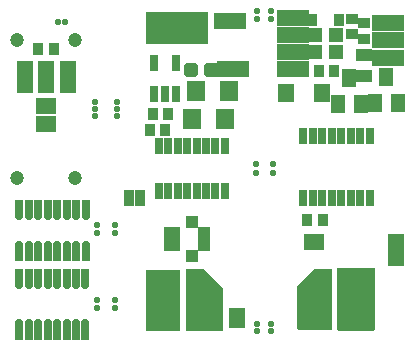
<source format=gbr>
G04 EAGLE Gerber RS-274X export*
G75*
%MOMM*%
%FSLAX34Y34*%
%LPD*%
%INSoldermask Bottom*%
%IPPOS*%
%AMOC8*
5,1,8,0,0,1.08239X$1,22.5*%
G01*
%ADD10R,1.900000X1.700000*%
%ADD11C,1.203200*%
%ADD12C,0.553200*%
%ADD13R,1.403200X1.603200*%
%ADD14R,0.903200X1.103200*%
%ADD15R,0.838200X1.473200*%
%ADD16R,0.686800X1.415000*%
%ADD17R,1.103200X0.903200*%
%ADD18R,1.453200X2.703200*%
%ADD19R,1.473200X2.743200*%
%ADD20R,5.283200X2.743200*%
%ADD21R,2.743200X1.473200*%
%ADD22R,1.473200X0.838200*%
%ADD23R,0.753200X1.403200*%
%ADD24R,1.603200X1.803200*%
%ADD25C,0.505344*%
%ADD26R,0.503200X1.053200*%
%ADD27R,1.053200X0.503200*%
%ADD28R,1.473200X1.003200*%
%ADD29R,0.833200X1.033200*%
%ADD30R,1.403200X1.003200*%
%ADD31R,1.303200X1.203200*%
%ADD32R,1.203200X1.603200*%
%ADD33C,0.711200*%

G36*
X335987Y21697D02*
X335987Y21697D01*
X336074Y21700D01*
X336127Y21717D01*
X336182Y21725D01*
X336261Y21760D01*
X336345Y21787D01*
X336384Y21815D01*
X336441Y21841D01*
X336554Y21937D01*
X336618Y21982D01*
X337118Y22482D01*
X337170Y22552D01*
X337230Y22616D01*
X337256Y22665D01*
X337289Y22709D01*
X337320Y22791D01*
X337360Y22869D01*
X337368Y22917D01*
X337390Y22975D01*
X337402Y23123D01*
X337415Y23200D01*
X337415Y73700D01*
X337407Y73758D01*
X337409Y73816D01*
X337387Y73898D01*
X337375Y73982D01*
X337352Y74035D01*
X337337Y74091D01*
X337294Y74164D01*
X337259Y74241D01*
X337221Y74286D01*
X337192Y74336D01*
X337130Y74394D01*
X337076Y74458D01*
X337027Y74490D01*
X336984Y74530D01*
X336909Y74569D01*
X336839Y74616D01*
X336783Y74633D01*
X336731Y74660D01*
X336663Y74671D01*
X336568Y74701D01*
X336468Y74704D01*
X336400Y74715D01*
X306400Y74715D01*
X306342Y74707D01*
X306284Y74709D01*
X306202Y74687D01*
X306119Y74675D01*
X306065Y74652D01*
X306009Y74637D01*
X305936Y74594D01*
X305859Y74559D01*
X305814Y74521D01*
X305764Y74492D01*
X305706Y74430D01*
X305642Y74376D01*
X305610Y74327D01*
X305570Y74284D01*
X305531Y74209D01*
X305485Y74139D01*
X305467Y74083D01*
X305440Y74031D01*
X305429Y73963D01*
X305399Y73868D01*
X305396Y73768D01*
X305385Y73700D01*
X305385Y22700D01*
X305393Y22642D01*
X305391Y22584D01*
X305413Y22502D01*
X305425Y22419D01*
X305449Y22365D01*
X305463Y22309D01*
X305506Y22236D01*
X305541Y22159D01*
X305579Y22114D01*
X305609Y22064D01*
X305670Y22006D01*
X305725Y21942D01*
X305773Y21910D01*
X305816Y21870D01*
X305891Y21831D01*
X305961Y21785D01*
X306017Y21767D01*
X306069Y21740D01*
X306137Y21729D01*
X306232Y21699D01*
X306332Y21696D01*
X306400Y21685D01*
X335900Y21685D01*
X335987Y21697D01*
G37*
G36*
X207965Y21577D02*
X207965Y21577D01*
X208031Y21579D01*
X208074Y21597D01*
X208121Y21605D01*
X208178Y21639D01*
X208238Y21664D01*
X208273Y21695D01*
X208314Y21720D01*
X208356Y21771D01*
X208404Y21815D01*
X208426Y21857D01*
X208455Y21894D01*
X208476Y21956D01*
X208507Y22015D01*
X208515Y22069D01*
X208527Y22106D01*
X208526Y22146D01*
X208534Y22200D01*
X208534Y57200D01*
X208527Y57242D01*
X208529Y57284D01*
X208507Y57351D01*
X208495Y57421D01*
X208473Y57457D01*
X208460Y57498D01*
X208406Y57571D01*
X208380Y57614D01*
X208364Y57627D01*
X208348Y57648D01*
X192348Y73648D01*
X192314Y73673D01*
X192285Y73704D01*
X192222Y73736D01*
X192164Y73777D01*
X192123Y73787D01*
X192085Y73807D01*
X191996Y73820D01*
X191947Y73833D01*
X191926Y73830D01*
X191900Y73834D01*
X177900Y73834D01*
X177835Y73823D01*
X177769Y73821D01*
X177726Y73803D01*
X177679Y73795D01*
X177622Y73761D01*
X177562Y73736D01*
X177527Y73705D01*
X177486Y73680D01*
X177445Y73629D01*
X177396Y73585D01*
X177374Y73543D01*
X177345Y73506D01*
X177324Y73444D01*
X177293Y73385D01*
X177285Y73331D01*
X177273Y73294D01*
X177274Y73254D01*
X177266Y73200D01*
X177266Y22200D01*
X177277Y22135D01*
X177279Y22069D01*
X177297Y22026D01*
X177305Y21979D01*
X177339Y21922D01*
X177364Y21862D01*
X177395Y21827D01*
X177420Y21786D01*
X177471Y21745D01*
X177515Y21696D01*
X177557Y21674D01*
X177594Y21645D01*
X177656Y21624D01*
X177715Y21593D01*
X177769Y21585D01*
X177806Y21573D01*
X177846Y21574D01*
X177900Y21566D01*
X207900Y21566D01*
X207965Y21577D01*
G37*
G36*
X171965Y21577D02*
X171965Y21577D01*
X172031Y21579D01*
X172074Y21597D01*
X172121Y21605D01*
X172178Y21639D01*
X172238Y21664D01*
X172273Y21695D01*
X172314Y21720D01*
X172356Y21771D01*
X172404Y21815D01*
X172426Y21857D01*
X172455Y21894D01*
X172476Y21956D01*
X172507Y22015D01*
X172515Y22069D01*
X172527Y22106D01*
X172526Y22146D01*
X172534Y22200D01*
X172534Y72700D01*
X172523Y72765D01*
X172521Y72831D01*
X172503Y72874D01*
X172495Y72921D01*
X172461Y72978D01*
X172436Y73038D01*
X172405Y73073D01*
X172380Y73114D01*
X172329Y73156D01*
X172285Y73204D01*
X172243Y73226D01*
X172206Y73255D01*
X172144Y73276D01*
X172085Y73307D01*
X172031Y73315D01*
X171994Y73327D01*
X171954Y73326D01*
X171900Y73334D01*
X144400Y73334D01*
X144335Y73323D01*
X144269Y73321D01*
X144226Y73303D01*
X144179Y73295D01*
X144122Y73261D01*
X144062Y73236D01*
X144027Y73205D01*
X143986Y73180D01*
X143945Y73129D01*
X143896Y73085D01*
X143874Y73043D01*
X143845Y73006D01*
X143824Y72944D01*
X143793Y72885D01*
X143785Y72831D01*
X143773Y72794D01*
X143774Y72754D01*
X143766Y72700D01*
X143766Y22200D01*
X143777Y22135D01*
X143779Y22069D01*
X143797Y22026D01*
X143805Y21979D01*
X143839Y21922D01*
X143864Y21862D01*
X143895Y21827D01*
X143920Y21786D01*
X143971Y21745D01*
X144015Y21696D01*
X144057Y21674D01*
X144094Y21645D01*
X144156Y21624D01*
X144215Y21593D01*
X144269Y21585D01*
X144306Y21573D01*
X144346Y21574D01*
X144400Y21566D01*
X171900Y21566D01*
X171965Y21577D01*
G37*
G36*
X300458Y22193D02*
X300458Y22193D01*
X300516Y22191D01*
X300598Y22213D01*
X300682Y22225D01*
X300735Y22249D01*
X300791Y22263D01*
X300864Y22306D01*
X300941Y22341D01*
X300986Y22379D01*
X301036Y22409D01*
X301094Y22470D01*
X301158Y22525D01*
X301190Y22573D01*
X301230Y22616D01*
X301269Y22691D01*
X301316Y22761D01*
X301333Y22817D01*
X301360Y22869D01*
X301371Y22937D01*
X301401Y23032D01*
X301404Y23132D01*
X301415Y23200D01*
X301415Y73200D01*
X301407Y73258D01*
X301409Y73316D01*
X301387Y73398D01*
X301375Y73482D01*
X301352Y73535D01*
X301337Y73591D01*
X301294Y73664D01*
X301259Y73741D01*
X301221Y73786D01*
X301192Y73836D01*
X301130Y73894D01*
X301076Y73958D01*
X301027Y73990D01*
X300984Y74030D01*
X300909Y74069D01*
X300839Y74116D01*
X300783Y74133D01*
X300731Y74160D01*
X300663Y74171D01*
X300568Y74201D01*
X300468Y74204D01*
X300400Y74215D01*
X286900Y74215D01*
X286813Y74203D01*
X286726Y74200D01*
X286673Y74183D01*
X286619Y74175D01*
X286539Y74140D01*
X286455Y74113D01*
X286416Y74085D01*
X286359Y74059D01*
X286246Y73963D01*
X286182Y73918D01*
X272182Y59918D01*
X272130Y59848D01*
X272070Y59784D01*
X272044Y59735D01*
X272011Y59691D01*
X271980Y59609D01*
X271940Y59531D01*
X271932Y59484D01*
X271910Y59425D01*
X271898Y59277D01*
X271885Y59200D01*
X271885Y23200D01*
X271893Y23142D01*
X271891Y23084D01*
X271913Y23002D01*
X271925Y22919D01*
X271949Y22865D01*
X271963Y22809D01*
X272006Y22736D01*
X272041Y22659D01*
X272079Y22614D01*
X272109Y22564D01*
X272170Y22506D01*
X272225Y22442D01*
X272273Y22410D01*
X272316Y22370D01*
X272391Y22331D01*
X272461Y22285D01*
X272517Y22267D01*
X272569Y22240D01*
X272637Y22229D01*
X272732Y22199D01*
X272832Y22196D01*
X272900Y22185D01*
X300400Y22185D01*
X300458Y22193D01*
G37*
D10*
X185400Y277700D03*
D11*
X34500Y268100D03*
X83500Y268000D03*
X83500Y150900D03*
X34400Y151000D03*
D12*
X68800Y283300D03*
X74900Y283300D03*
X100300Y203700D03*
X100300Y209700D03*
X100300Y215600D03*
X118800Y203700D03*
X118800Y209700D03*
X118800Y215600D03*
X102000Y111200D03*
X102000Y104800D03*
X117500Y111200D03*
X117500Y104800D03*
X102000Y47450D03*
X102000Y41300D03*
X117500Y41300D03*
X117500Y47450D03*
X237500Y27600D03*
X237500Y21800D03*
X249850Y27600D03*
X249850Y21800D03*
X237500Y292200D03*
X237500Y285650D03*
X249850Y292200D03*
X249850Y285650D03*
X237000Y155000D03*
X237000Y163000D03*
X251000Y163000D03*
X251000Y155000D03*
D13*
X292500Y222776D03*
X262500Y222776D03*
D14*
X290148Y241626D03*
X303148Y241626D03*
X293300Y115050D03*
X280300Y115050D03*
D15*
X281300Y97050D03*
X290300Y97050D03*
D16*
X210400Y140200D03*
X202400Y140200D03*
X194400Y140200D03*
X186400Y140200D03*
X178400Y140200D03*
X170400Y140200D03*
X162400Y140200D03*
X154400Y140200D03*
X154400Y178200D03*
X162400Y178200D03*
X170400Y178200D03*
X178400Y178200D03*
X186400Y178200D03*
X194400Y178200D03*
X202400Y178200D03*
X210400Y178200D03*
D17*
X317900Y285589D03*
X317900Y272589D03*
X328453Y268889D03*
X328453Y281889D03*
D18*
X159400Y47700D03*
D19*
X189880Y47700D03*
D20*
X169900Y278200D03*
D14*
X52500Y260200D03*
X65500Y260200D03*
D19*
X59000Y236400D03*
X77200Y236400D03*
X41100Y236400D03*
D21*
X348737Y252538D03*
X348737Y282301D03*
X348737Y267419D03*
D16*
X276900Y134160D03*
X284900Y134160D03*
X292900Y134160D03*
X300900Y134160D03*
X308900Y134160D03*
X316900Y134160D03*
X324900Y134160D03*
X332900Y134160D03*
X332900Y186300D03*
X324900Y186300D03*
X316900Y186300D03*
X308900Y186300D03*
X300900Y186300D03*
X292900Y186300D03*
X284900Y186300D03*
X276900Y186300D03*
D18*
X287900Y47700D03*
D19*
X318380Y47700D03*
D21*
X217662Y242935D03*
X214860Y283748D03*
D22*
X220400Y36834D03*
X220400Y27834D03*
D23*
X169137Y222420D03*
X159637Y222420D03*
X150137Y222420D03*
X150137Y248422D03*
X169137Y248422D03*
D24*
X213964Y224809D03*
X185964Y224809D03*
D25*
X177979Y239000D02*
X177979Y245980D01*
X184959Y245980D01*
X184959Y239000D01*
X177979Y239000D01*
X177979Y243800D02*
X184959Y243800D01*
X195519Y245980D02*
X195519Y239000D01*
X195519Y245980D02*
X202499Y245980D01*
X202499Y239000D01*
X195519Y239000D01*
X195519Y243800D02*
X202499Y243800D01*
D24*
X210489Y200935D03*
X182489Y200935D03*
D14*
X162453Y205283D03*
X149453Y205283D03*
X146845Y191267D03*
X159845Y191267D03*
D15*
X129354Y133802D03*
X138354Y133802D03*
X63500Y196400D03*
X54500Y196400D03*
X54500Y212100D03*
X63500Y212100D03*
D16*
X36500Y125600D03*
X44500Y125600D03*
X52500Y125600D03*
X60500Y125600D03*
X68500Y125600D03*
X76500Y125600D03*
X84500Y125600D03*
X92500Y125600D03*
X92500Y87600D03*
X84500Y87600D03*
X76500Y87600D03*
X68500Y87600D03*
X60500Y87600D03*
X52500Y87600D03*
X44500Y87600D03*
X36500Y87600D03*
X36400Y20300D03*
X44400Y20300D03*
X52400Y20300D03*
X60400Y20300D03*
X68400Y20300D03*
X76400Y20300D03*
X84400Y20300D03*
X92400Y20300D03*
X92400Y67500D03*
X84400Y67500D03*
X76400Y67500D03*
X68400Y67500D03*
X60400Y67500D03*
X52400Y67500D03*
X44400Y67500D03*
X36400Y67500D03*
D19*
X355100Y90300D03*
D26*
X180449Y84884D03*
X180449Y113884D03*
D27*
X192449Y96884D03*
D26*
X185449Y84884D03*
X185449Y113884D03*
D27*
X192449Y91884D03*
X192449Y101884D03*
X192449Y106884D03*
D28*
X165449Y94384D03*
X165449Y104384D03*
D29*
X307393Y285099D03*
X284393Y285099D03*
D30*
X328296Y255469D03*
X328296Y237469D03*
D31*
X304104Y257359D03*
X287104Y257359D03*
X304096Y272259D03*
X287096Y272259D03*
D32*
X315777Y235282D03*
X306277Y213282D03*
X325277Y213282D03*
X347245Y236650D03*
X337745Y214650D03*
X356745Y214650D03*
D21*
X268104Y242950D03*
X268104Y286070D03*
X268104Y257323D03*
X268104Y271697D03*
D33*
X36500Y118600D03*
X44500Y118600D03*
X52500Y118600D03*
X60500Y118600D03*
X68500Y118600D03*
X76500Y118600D03*
X84500Y118600D03*
X92500Y118600D03*
X92500Y94600D03*
X84500Y94600D03*
X76500Y94600D03*
X68500Y94600D03*
X60500Y94600D03*
X52500Y94600D03*
X44500Y94600D03*
X36500Y94600D03*
X36400Y27800D03*
X44400Y27800D03*
X52400Y27800D03*
X60400Y27800D03*
X68400Y27800D03*
X76400Y27800D03*
X84400Y27800D03*
X92400Y27800D03*
X92400Y60000D03*
X84400Y60000D03*
X76400Y60000D03*
X68400Y60000D03*
X60400Y60000D03*
X52400Y60000D03*
X44400Y60000D03*
X36400Y60000D03*
M02*

</source>
